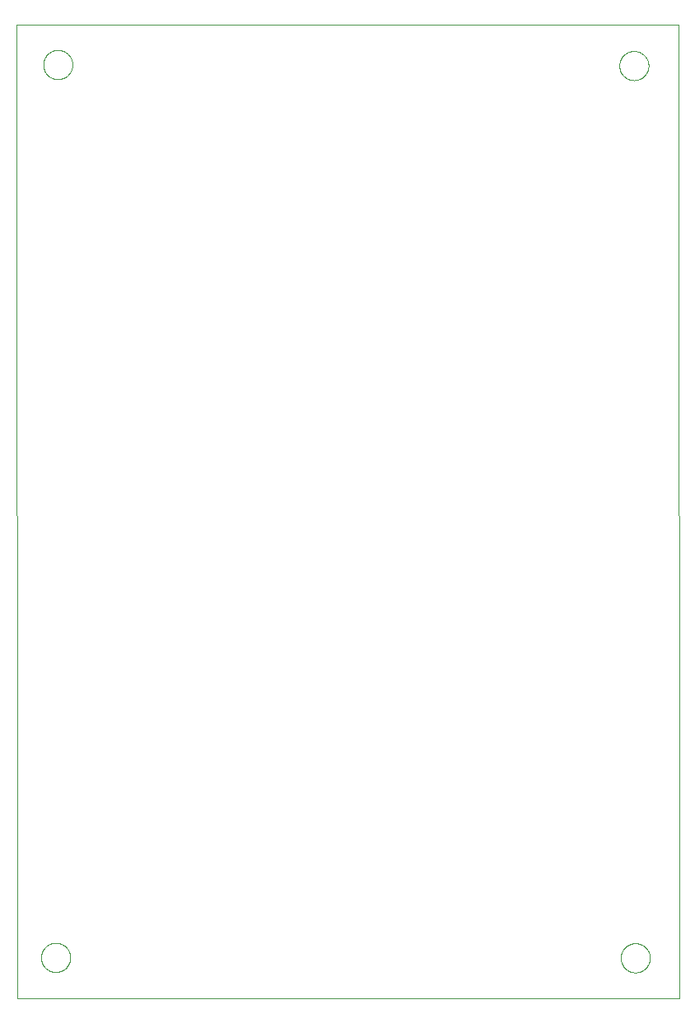
<source format=gko>
G75*
%MOIN*%
%OFA0B0*%
%FSLAX25Y25*%
%IPPOS*%
%LPD*%
%AMOC8*
5,1,8,0,0,1.08239X$1,22.5*
%
%ADD10C,0.00000*%
D10*
X0001224Y0006878D02*
X0001000Y0401448D01*
X0268904Y0401445D01*
X0269128Y0006875D01*
X0001224Y0006878D01*
X0010934Y0023536D02*
X0010936Y0023689D01*
X0010942Y0023843D01*
X0010952Y0023996D01*
X0010966Y0024148D01*
X0010984Y0024301D01*
X0011006Y0024452D01*
X0011031Y0024603D01*
X0011061Y0024754D01*
X0011095Y0024904D01*
X0011132Y0025052D01*
X0011173Y0025200D01*
X0011218Y0025346D01*
X0011267Y0025492D01*
X0011320Y0025636D01*
X0011376Y0025778D01*
X0011436Y0025919D01*
X0011500Y0026059D01*
X0011567Y0026197D01*
X0011638Y0026333D01*
X0011713Y0026467D01*
X0011790Y0026599D01*
X0011872Y0026729D01*
X0011956Y0026857D01*
X0012044Y0026983D01*
X0012135Y0027106D01*
X0012229Y0027227D01*
X0012327Y0027345D01*
X0012427Y0027461D01*
X0012531Y0027574D01*
X0012637Y0027685D01*
X0012746Y0027793D01*
X0012858Y0027898D01*
X0012972Y0027999D01*
X0013090Y0028098D01*
X0013209Y0028194D01*
X0013331Y0028287D01*
X0013456Y0028376D01*
X0013583Y0028463D01*
X0013712Y0028545D01*
X0013843Y0028625D01*
X0013976Y0028701D01*
X0014111Y0028774D01*
X0014248Y0028843D01*
X0014387Y0028908D01*
X0014527Y0028970D01*
X0014669Y0029028D01*
X0014812Y0029083D01*
X0014957Y0029134D01*
X0015103Y0029181D01*
X0015250Y0029224D01*
X0015398Y0029263D01*
X0015547Y0029299D01*
X0015697Y0029330D01*
X0015848Y0029358D01*
X0015999Y0029382D01*
X0016152Y0029402D01*
X0016304Y0029418D01*
X0016457Y0029430D01*
X0016610Y0029438D01*
X0016763Y0029442D01*
X0016917Y0029442D01*
X0017070Y0029438D01*
X0017223Y0029430D01*
X0017376Y0029418D01*
X0017528Y0029402D01*
X0017681Y0029382D01*
X0017832Y0029358D01*
X0017983Y0029330D01*
X0018133Y0029299D01*
X0018282Y0029263D01*
X0018430Y0029224D01*
X0018577Y0029181D01*
X0018723Y0029134D01*
X0018868Y0029083D01*
X0019011Y0029028D01*
X0019153Y0028970D01*
X0019293Y0028908D01*
X0019432Y0028843D01*
X0019569Y0028774D01*
X0019704Y0028701D01*
X0019837Y0028625D01*
X0019968Y0028545D01*
X0020097Y0028463D01*
X0020224Y0028376D01*
X0020349Y0028287D01*
X0020471Y0028194D01*
X0020590Y0028098D01*
X0020708Y0027999D01*
X0020822Y0027898D01*
X0020934Y0027793D01*
X0021043Y0027685D01*
X0021149Y0027574D01*
X0021253Y0027461D01*
X0021353Y0027345D01*
X0021451Y0027227D01*
X0021545Y0027106D01*
X0021636Y0026983D01*
X0021724Y0026857D01*
X0021808Y0026729D01*
X0021890Y0026599D01*
X0021967Y0026467D01*
X0022042Y0026333D01*
X0022113Y0026197D01*
X0022180Y0026059D01*
X0022244Y0025919D01*
X0022304Y0025778D01*
X0022360Y0025636D01*
X0022413Y0025492D01*
X0022462Y0025346D01*
X0022507Y0025200D01*
X0022548Y0025052D01*
X0022585Y0024904D01*
X0022619Y0024754D01*
X0022649Y0024603D01*
X0022674Y0024452D01*
X0022696Y0024301D01*
X0022714Y0024148D01*
X0022728Y0023996D01*
X0022738Y0023843D01*
X0022744Y0023689D01*
X0022746Y0023536D01*
X0022744Y0023383D01*
X0022738Y0023229D01*
X0022728Y0023076D01*
X0022714Y0022924D01*
X0022696Y0022771D01*
X0022674Y0022620D01*
X0022649Y0022469D01*
X0022619Y0022318D01*
X0022585Y0022168D01*
X0022548Y0022020D01*
X0022507Y0021872D01*
X0022462Y0021726D01*
X0022413Y0021580D01*
X0022360Y0021436D01*
X0022304Y0021294D01*
X0022244Y0021153D01*
X0022180Y0021013D01*
X0022113Y0020875D01*
X0022042Y0020739D01*
X0021967Y0020605D01*
X0021890Y0020473D01*
X0021808Y0020343D01*
X0021724Y0020215D01*
X0021636Y0020089D01*
X0021545Y0019966D01*
X0021451Y0019845D01*
X0021353Y0019727D01*
X0021253Y0019611D01*
X0021149Y0019498D01*
X0021043Y0019387D01*
X0020934Y0019279D01*
X0020822Y0019174D01*
X0020708Y0019073D01*
X0020590Y0018974D01*
X0020471Y0018878D01*
X0020349Y0018785D01*
X0020224Y0018696D01*
X0020097Y0018609D01*
X0019968Y0018527D01*
X0019837Y0018447D01*
X0019704Y0018371D01*
X0019569Y0018298D01*
X0019432Y0018229D01*
X0019293Y0018164D01*
X0019153Y0018102D01*
X0019011Y0018044D01*
X0018868Y0017989D01*
X0018723Y0017938D01*
X0018577Y0017891D01*
X0018430Y0017848D01*
X0018282Y0017809D01*
X0018133Y0017773D01*
X0017983Y0017742D01*
X0017832Y0017714D01*
X0017681Y0017690D01*
X0017528Y0017670D01*
X0017376Y0017654D01*
X0017223Y0017642D01*
X0017070Y0017634D01*
X0016917Y0017630D01*
X0016763Y0017630D01*
X0016610Y0017634D01*
X0016457Y0017642D01*
X0016304Y0017654D01*
X0016152Y0017670D01*
X0015999Y0017690D01*
X0015848Y0017714D01*
X0015697Y0017742D01*
X0015547Y0017773D01*
X0015398Y0017809D01*
X0015250Y0017848D01*
X0015103Y0017891D01*
X0014957Y0017938D01*
X0014812Y0017989D01*
X0014669Y0018044D01*
X0014527Y0018102D01*
X0014387Y0018164D01*
X0014248Y0018229D01*
X0014111Y0018298D01*
X0013976Y0018371D01*
X0013843Y0018447D01*
X0013712Y0018527D01*
X0013583Y0018609D01*
X0013456Y0018696D01*
X0013331Y0018785D01*
X0013209Y0018878D01*
X0013090Y0018974D01*
X0012972Y0019073D01*
X0012858Y0019174D01*
X0012746Y0019279D01*
X0012637Y0019387D01*
X0012531Y0019498D01*
X0012427Y0019611D01*
X0012327Y0019727D01*
X0012229Y0019845D01*
X0012135Y0019966D01*
X0012044Y0020089D01*
X0011956Y0020215D01*
X0011872Y0020343D01*
X0011790Y0020473D01*
X0011713Y0020605D01*
X0011638Y0020739D01*
X0011567Y0020875D01*
X0011500Y0021013D01*
X0011436Y0021153D01*
X0011376Y0021294D01*
X0011320Y0021436D01*
X0011267Y0021580D01*
X0011218Y0021726D01*
X0011173Y0021872D01*
X0011132Y0022020D01*
X0011095Y0022168D01*
X0011061Y0022318D01*
X0011031Y0022469D01*
X0011006Y0022620D01*
X0010984Y0022771D01*
X0010966Y0022924D01*
X0010952Y0023076D01*
X0010942Y0023229D01*
X0010936Y0023383D01*
X0010934Y0023536D01*
X0245571Y0023383D02*
X0245573Y0023536D01*
X0245579Y0023690D01*
X0245589Y0023843D01*
X0245603Y0023995D01*
X0245621Y0024148D01*
X0245643Y0024299D01*
X0245668Y0024450D01*
X0245698Y0024601D01*
X0245732Y0024751D01*
X0245769Y0024899D01*
X0245810Y0025047D01*
X0245855Y0025193D01*
X0245904Y0025339D01*
X0245957Y0025483D01*
X0246013Y0025625D01*
X0246073Y0025766D01*
X0246137Y0025906D01*
X0246204Y0026044D01*
X0246275Y0026180D01*
X0246350Y0026314D01*
X0246427Y0026446D01*
X0246509Y0026576D01*
X0246593Y0026704D01*
X0246681Y0026830D01*
X0246772Y0026953D01*
X0246866Y0027074D01*
X0246964Y0027192D01*
X0247064Y0027308D01*
X0247168Y0027421D01*
X0247274Y0027532D01*
X0247383Y0027640D01*
X0247495Y0027745D01*
X0247609Y0027846D01*
X0247727Y0027945D01*
X0247846Y0028041D01*
X0247968Y0028134D01*
X0248093Y0028223D01*
X0248220Y0028310D01*
X0248349Y0028392D01*
X0248480Y0028472D01*
X0248613Y0028548D01*
X0248748Y0028621D01*
X0248885Y0028690D01*
X0249024Y0028755D01*
X0249164Y0028817D01*
X0249306Y0028875D01*
X0249449Y0028930D01*
X0249594Y0028981D01*
X0249740Y0029028D01*
X0249887Y0029071D01*
X0250035Y0029110D01*
X0250184Y0029146D01*
X0250334Y0029177D01*
X0250485Y0029205D01*
X0250636Y0029229D01*
X0250789Y0029249D01*
X0250941Y0029265D01*
X0251094Y0029277D01*
X0251247Y0029285D01*
X0251400Y0029289D01*
X0251554Y0029289D01*
X0251707Y0029285D01*
X0251860Y0029277D01*
X0252013Y0029265D01*
X0252165Y0029249D01*
X0252318Y0029229D01*
X0252469Y0029205D01*
X0252620Y0029177D01*
X0252770Y0029146D01*
X0252919Y0029110D01*
X0253067Y0029071D01*
X0253214Y0029028D01*
X0253360Y0028981D01*
X0253505Y0028930D01*
X0253648Y0028875D01*
X0253790Y0028817D01*
X0253930Y0028755D01*
X0254069Y0028690D01*
X0254206Y0028621D01*
X0254341Y0028548D01*
X0254474Y0028472D01*
X0254605Y0028392D01*
X0254734Y0028310D01*
X0254861Y0028223D01*
X0254986Y0028134D01*
X0255108Y0028041D01*
X0255227Y0027945D01*
X0255345Y0027846D01*
X0255459Y0027745D01*
X0255571Y0027640D01*
X0255680Y0027532D01*
X0255786Y0027421D01*
X0255890Y0027308D01*
X0255990Y0027192D01*
X0256088Y0027074D01*
X0256182Y0026953D01*
X0256273Y0026830D01*
X0256361Y0026704D01*
X0256445Y0026576D01*
X0256527Y0026446D01*
X0256604Y0026314D01*
X0256679Y0026180D01*
X0256750Y0026044D01*
X0256817Y0025906D01*
X0256881Y0025766D01*
X0256941Y0025625D01*
X0256997Y0025483D01*
X0257050Y0025339D01*
X0257099Y0025193D01*
X0257144Y0025047D01*
X0257185Y0024899D01*
X0257222Y0024751D01*
X0257256Y0024601D01*
X0257286Y0024450D01*
X0257311Y0024299D01*
X0257333Y0024148D01*
X0257351Y0023995D01*
X0257365Y0023843D01*
X0257375Y0023690D01*
X0257381Y0023536D01*
X0257383Y0023383D01*
X0257381Y0023230D01*
X0257375Y0023076D01*
X0257365Y0022923D01*
X0257351Y0022771D01*
X0257333Y0022618D01*
X0257311Y0022467D01*
X0257286Y0022316D01*
X0257256Y0022165D01*
X0257222Y0022015D01*
X0257185Y0021867D01*
X0257144Y0021719D01*
X0257099Y0021573D01*
X0257050Y0021427D01*
X0256997Y0021283D01*
X0256941Y0021141D01*
X0256881Y0021000D01*
X0256817Y0020860D01*
X0256750Y0020722D01*
X0256679Y0020586D01*
X0256604Y0020452D01*
X0256527Y0020320D01*
X0256445Y0020190D01*
X0256361Y0020062D01*
X0256273Y0019936D01*
X0256182Y0019813D01*
X0256088Y0019692D01*
X0255990Y0019574D01*
X0255890Y0019458D01*
X0255786Y0019345D01*
X0255680Y0019234D01*
X0255571Y0019126D01*
X0255459Y0019021D01*
X0255345Y0018920D01*
X0255227Y0018821D01*
X0255108Y0018725D01*
X0254986Y0018632D01*
X0254861Y0018543D01*
X0254734Y0018456D01*
X0254605Y0018374D01*
X0254474Y0018294D01*
X0254341Y0018218D01*
X0254206Y0018145D01*
X0254069Y0018076D01*
X0253930Y0018011D01*
X0253790Y0017949D01*
X0253648Y0017891D01*
X0253505Y0017836D01*
X0253360Y0017785D01*
X0253214Y0017738D01*
X0253067Y0017695D01*
X0252919Y0017656D01*
X0252770Y0017620D01*
X0252620Y0017589D01*
X0252469Y0017561D01*
X0252318Y0017537D01*
X0252165Y0017517D01*
X0252013Y0017501D01*
X0251860Y0017489D01*
X0251707Y0017481D01*
X0251554Y0017477D01*
X0251400Y0017477D01*
X0251247Y0017481D01*
X0251094Y0017489D01*
X0250941Y0017501D01*
X0250789Y0017517D01*
X0250636Y0017537D01*
X0250485Y0017561D01*
X0250334Y0017589D01*
X0250184Y0017620D01*
X0250035Y0017656D01*
X0249887Y0017695D01*
X0249740Y0017738D01*
X0249594Y0017785D01*
X0249449Y0017836D01*
X0249306Y0017891D01*
X0249164Y0017949D01*
X0249024Y0018011D01*
X0248885Y0018076D01*
X0248748Y0018145D01*
X0248613Y0018218D01*
X0248480Y0018294D01*
X0248349Y0018374D01*
X0248220Y0018456D01*
X0248093Y0018543D01*
X0247968Y0018632D01*
X0247846Y0018725D01*
X0247727Y0018821D01*
X0247609Y0018920D01*
X0247495Y0019021D01*
X0247383Y0019126D01*
X0247274Y0019234D01*
X0247168Y0019345D01*
X0247064Y0019458D01*
X0246964Y0019574D01*
X0246866Y0019692D01*
X0246772Y0019813D01*
X0246681Y0019936D01*
X0246593Y0020062D01*
X0246509Y0020190D01*
X0246427Y0020320D01*
X0246350Y0020452D01*
X0246275Y0020586D01*
X0246204Y0020722D01*
X0246137Y0020860D01*
X0246073Y0021000D01*
X0246013Y0021141D01*
X0245957Y0021283D01*
X0245904Y0021427D01*
X0245855Y0021573D01*
X0245810Y0021719D01*
X0245769Y0021867D01*
X0245732Y0022015D01*
X0245698Y0022165D01*
X0245668Y0022316D01*
X0245643Y0022467D01*
X0245621Y0022618D01*
X0245603Y0022771D01*
X0245589Y0022923D01*
X0245579Y0023076D01*
X0245573Y0023230D01*
X0245571Y0023383D01*
X0245002Y0384745D02*
X0245004Y0384898D01*
X0245010Y0385052D01*
X0245020Y0385205D01*
X0245034Y0385357D01*
X0245052Y0385510D01*
X0245074Y0385661D01*
X0245099Y0385812D01*
X0245129Y0385963D01*
X0245163Y0386113D01*
X0245200Y0386261D01*
X0245241Y0386409D01*
X0245286Y0386555D01*
X0245335Y0386701D01*
X0245388Y0386845D01*
X0245444Y0386987D01*
X0245504Y0387128D01*
X0245568Y0387268D01*
X0245635Y0387406D01*
X0245706Y0387542D01*
X0245781Y0387676D01*
X0245858Y0387808D01*
X0245940Y0387938D01*
X0246024Y0388066D01*
X0246112Y0388192D01*
X0246203Y0388315D01*
X0246297Y0388436D01*
X0246395Y0388554D01*
X0246495Y0388670D01*
X0246599Y0388783D01*
X0246705Y0388894D01*
X0246814Y0389002D01*
X0246926Y0389107D01*
X0247040Y0389208D01*
X0247158Y0389307D01*
X0247277Y0389403D01*
X0247399Y0389496D01*
X0247524Y0389585D01*
X0247651Y0389672D01*
X0247780Y0389754D01*
X0247911Y0389834D01*
X0248044Y0389910D01*
X0248179Y0389983D01*
X0248316Y0390052D01*
X0248455Y0390117D01*
X0248595Y0390179D01*
X0248737Y0390237D01*
X0248880Y0390292D01*
X0249025Y0390343D01*
X0249171Y0390390D01*
X0249318Y0390433D01*
X0249466Y0390472D01*
X0249615Y0390508D01*
X0249765Y0390539D01*
X0249916Y0390567D01*
X0250067Y0390591D01*
X0250220Y0390611D01*
X0250372Y0390627D01*
X0250525Y0390639D01*
X0250678Y0390647D01*
X0250831Y0390651D01*
X0250985Y0390651D01*
X0251138Y0390647D01*
X0251291Y0390639D01*
X0251444Y0390627D01*
X0251596Y0390611D01*
X0251749Y0390591D01*
X0251900Y0390567D01*
X0252051Y0390539D01*
X0252201Y0390508D01*
X0252350Y0390472D01*
X0252498Y0390433D01*
X0252645Y0390390D01*
X0252791Y0390343D01*
X0252936Y0390292D01*
X0253079Y0390237D01*
X0253221Y0390179D01*
X0253361Y0390117D01*
X0253500Y0390052D01*
X0253637Y0389983D01*
X0253772Y0389910D01*
X0253905Y0389834D01*
X0254036Y0389754D01*
X0254165Y0389672D01*
X0254292Y0389585D01*
X0254417Y0389496D01*
X0254539Y0389403D01*
X0254658Y0389307D01*
X0254776Y0389208D01*
X0254890Y0389107D01*
X0255002Y0389002D01*
X0255111Y0388894D01*
X0255217Y0388783D01*
X0255321Y0388670D01*
X0255421Y0388554D01*
X0255519Y0388436D01*
X0255613Y0388315D01*
X0255704Y0388192D01*
X0255792Y0388066D01*
X0255876Y0387938D01*
X0255958Y0387808D01*
X0256035Y0387676D01*
X0256110Y0387542D01*
X0256181Y0387406D01*
X0256248Y0387268D01*
X0256312Y0387128D01*
X0256372Y0386987D01*
X0256428Y0386845D01*
X0256481Y0386701D01*
X0256530Y0386555D01*
X0256575Y0386409D01*
X0256616Y0386261D01*
X0256653Y0386113D01*
X0256687Y0385963D01*
X0256717Y0385812D01*
X0256742Y0385661D01*
X0256764Y0385510D01*
X0256782Y0385357D01*
X0256796Y0385205D01*
X0256806Y0385052D01*
X0256812Y0384898D01*
X0256814Y0384745D01*
X0256812Y0384592D01*
X0256806Y0384438D01*
X0256796Y0384285D01*
X0256782Y0384133D01*
X0256764Y0383980D01*
X0256742Y0383829D01*
X0256717Y0383678D01*
X0256687Y0383527D01*
X0256653Y0383377D01*
X0256616Y0383229D01*
X0256575Y0383081D01*
X0256530Y0382935D01*
X0256481Y0382789D01*
X0256428Y0382645D01*
X0256372Y0382503D01*
X0256312Y0382362D01*
X0256248Y0382222D01*
X0256181Y0382084D01*
X0256110Y0381948D01*
X0256035Y0381814D01*
X0255958Y0381682D01*
X0255876Y0381552D01*
X0255792Y0381424D01*
X0255704Y0381298D01*
X0255613Y0381175D01*
X0255519Y0381054D01*
X0255421Y0380936D01*
X0255321Y0380820D01*
X0255217Y0380707D01*
X0255111Y0380596D01*
X0255002Y0380488D01*
X0254890Y0380383D01*
X0254776Y0380282D01*
X0254658Y0380183D01*
X0254539Y0380087D01*
X0254417Y0379994D01*
X0254292Y0379905D01*
X0254165Y0379818D01*
X0254036Y0379736D01*
X0253905Y0379656D01*
X0253772Y0379580D01*
X0253637Y0379507D01*
X0253500Y0379438D01*
X0253361Y0379373D01*
X0253221Y0379311D01*
X0253079Y0379253D01*
X0252936Y0379198D01*
X0252791Y0379147D01*
X0252645Y0379100D01*
X0252498Y0379057D01*
X0252350Y0379018D01*
X0252201Y0378982D01*
X0252051Y0378951D01*
X0251900Y0378923D01*
X0251749Y0378899D01*
X0251596Y0378879D01*
X0251444Y0378863D01*
X0251291Y0378851D01*
X0251138Y0378843D01*
X0250985Y0378839D01*
X0250831Y0378839D01*
X0250678Y0378843D01*
X0250525Y0378851D01*
X0250372Y0378863D01*
X0250220Y0378879D01*
X0250067Y0378899D01*
X0249916Y0378923D01*
X0249765Y0378951D01*
X0249615Y0378982D01*
X0249466Y0379018D01*
X0249318Y0379057D01*
X0249171Y0379100D01*
X0249025Y0379147D01*
X0248880Y0379198D01*
X0248737Y0379253D01*
X0248595Y0379311D01*
X0248455Y0379373D01*
X0248316Y0379438D01*
X0248179Y0379507D01*
X0248044Y0379580D01*
X0247911Y0379656D01*
X0247780Y0379736D01*
X0247651Y0379818D01*
X0247524Y0379905D01*
X0247399Y0379994D01*
X0247277Y0380087D01*
X0247158Y0380183D01*
X0247040Y0380282D01*
X0246926Y0380383D01*
X0246814Y0380488D01*
X0246705Y0380596D01*
X0246599Y0380707D01*
X0246495Y0380820D01*
X0246395Y0380936D01*
X0246297Y0381054D01*
X0246203Y0381175D01*
X0246112Y0381298D01*
X0246024Y0381424D01*
X0245940Y0381552D01*
X0245858Y0381682D01*
X0245781Y0381814D01*
X0245706Y0381948D01*
X0245635Y0382084D01*
X0245568Y0382222D01*
X0245504Y0382362D01*
X0245444Y0382503D01*
X0245388Y0382645D01*
X0245335Y0382789D01*
X0245286Y0382935D01*
X0245241Y0383081D01*
X0245200Y0383229D01*
X0245163Y0383377D01*
X0245129Y0383527D01*
X0245099Y0383678D01*
X0245074Y0383829D01*
X0245052Y0383980D01*
X0245034Y0384133D01*
X0245020Y0384285D01*
X0245010Y0384438D01*
X0245004Y0384592D01*
X0245002Y0384745D01*
X0011807Y0385161D02*
X0011809Y0385314D01*
X0011815Y0385468D01*
X0011825Y0385621D01*
X0011839Y0385773D01*
X0011857Y0385926D01*
X0011879Y0386077D01*
X0011904Y0386228D01*
X0011934Y0386379D01*
X0011968Y0386529D01*
X0012005Y0386677D01*
X0012046Y0386825D01*
X0012091Y0386971D01*
X0012140Y0387117D01*
X0012193Y0387261D01*
X0012249Y0387403D01*
X0012309Y0387544D01*
X0012373Y0387684D01*
X0012440Y0387822D01*
X0012511Y0387958D01*
X0012586Y0388092D01*
X0012663Y0388224D01*
X0012745Y0388354D01*
X0012829Y0388482D01*
X0012917Y0388608D01*
X0013008Y0388731D01*
X0013102Y0388852D01*
X0013200Y0388970D01*
X0013300Y0389086D01*
X0013404Y0389199D01*
X0013510Y0389310D01*
X0013619Y0389418D01*
X0013731Y0389523D01*
X0013845Y0389624D01*
X0013963Y0389723D01*
X0014082Y0389819D01*
X0014204Y0389912D01*
X0014329Y0390001D01*
X0014456Y0390088D01*
X0014585Y0390170D01*
X0014716Y0390250D01*
X0014849Y0390326D01*
X0014984Y0390399D01*
X0015121Y0390468D01*
X0015260Y0390533D01*
X0015400Y0390595D01*
X0015542Y0390653D01*
X0015685Y0390708D01*
X0015830Y0390759D01*
X0015976Y0390806D01*
X0016123Y0390849D01*
X0016271Y0390888D01*
X0016420Y0390924D01*
X0016570Y0390955D01*
X0016721Y0390983D01*
X0016872Y0391007D01*
X0017025Y0391027D01*
X0017177Y0391043D01*
X0017330Y0391055D01*
X0017483Y0391063D01*
X0017636Y0391067D01*
X0017790Y0391067D01*
X0017943Y0391063D01*
X0018096Y0391055D01*
X0018249Y0391043D01*
X0018401Y0391027D01*
X0018554Y0391007D01*
X0018705Y0390983D01*
X0018856Y0390955D01*
X0019006Y0390924D01*
X0019155Y0390888D01*
X0019303Y0390849D01*
X0019450Y0390806D01*
X0019596Y0390759D01*
X0019741Y0390708D01*
X0019884Y0390653D01*
X0020026Y0390595D01*
X0020166Y0390533D01*
X0020305Y0390468D01*
X0020442Y0390399D01*
X0020577Y0390326D01*
X0020710Y0390250D01*
X0020841Y0390170D01*
X0020970Y0390088D01*
X0021097Y0390001D01*
X0021222Y0389912D01*
X0021344Y0389819D01*
X0021463Y0389723D01*
X0021581Y0389624D01*
X0021695Y0389523D01*
X0021807Y0389418D01*
X0021916Y0389310D01*
X0022022Y0389199D01*
X0022126Y0389086D01*
X0022226Y0388970D01*
X0022324Y0388852D01*
X0022418Y0388731D01*
X0022509Y0388608D01*
X0022597Y0388482D01*
X0022681Y0388354D01*
X0022763Y0388224D01*
X0022840Y0388092D01*
X0022915Y0387958D01*
X0022986Y0387822D01*
X0023053Y0387684D01*
X0023117Y0387544D01*
X0023177Y0387403D01*
X0023233Y0387261D01*
X0023286Y0387117D01*
X0023335Y0386971D01*
X0023380Y0386825D01*
X0023421Y0386677D01*
X0023458Y0386529D01*
X0023492Y0386379D01*
X0023522Y0386228D01*
X0023547Y0386077D01*
X0023569Y0385926D01*
X0023587Y0385773D01*
X0023601Y0385621D01*
X0023611Y0385468D01*
X0023617Y0385314D01*
X0023619Y0385161D01*
X0023617Y0385008D01*
X0023611Y0384854D01*
X0023601Y0384701D01*
X0023587Y0384549D01*
X0023569Y0384396D01*
X0023547Y0384245D01*
X0023522Y0384094D01*
X0023492Y0383943D01*
X0023458Y0383793D01*
X0023421Y0383645D01*
X0023380Y0383497D01*
X0023335Y0383351D01*
X0023286Y0383205D01*
X0023233Y0383061D01*
X0023177Y0382919D01*
X0023117Y0382778D01*
X0023053Y0382638D01*
X0022986Y0382500D01*
X0022915Y0382364D01*
X0022840Y0382230D01*
X0022763Y0382098D01*
X0022681Y0381968D01*
X0022597Y0381840D01*
X0022509Y0381714D01*
X0022418Y0381591D01*
X0022324Y0381470D01*
X0022226Y0381352D01*
X0022126Y0381236D01*
X0022022Y0381123D01*
X0021916Y0381012D01*
X0021807Y0380904D01*
X0021695Y0380799D01*
X0021581Y0380698D01*
X0021463Y0380599D01*
X0021344Y0380503D01*
X0021222Y0380410D01*
X0021097Y0380321D01*
X0020970Y0380234D01*
X0020841Y0380152D01*
X0020710Y0380072D01*
X0020577Y0379996D01*
X0020442Y0379923D01*
X0020305Y0379854D01*
X0020166Y0379789D01*
X0020026Y0379727D01*
X0019884Y0379669D01*
X0019741Y0379614D01*
X0019596Y0379563D01*
X0019450Y0379516D01*
X0019303Y0379473D01*
X0019155Y0379434D01*
X0019006Y0379398D01*
X0018856Y0379367D01*
X0018705Y0379339D01*
X0018554Y0379315D01*
X0018401Y0379295D01*
X0018249Y0379279D01*
X0018096Y0379267D01*
X0017943Y0379259D01*
X0017790Y0379255D01*
X0017636Y0379255D01*
X0017483Y0379259D01*
X0017330Y0379267D01*
X0017177Y0379279D01*
X0017025Y0379295D01*
X0016872Y0379315D01*
X0016721Y0379339D01*
X0016570Y0379367D01*
X0016420Y0379398D01*
X0016271Y0379434D01*
X0016123Y0379473D01*
X0015976Y0379516D01*
X0015830Y0379563D01*
X0015685Y0379614D01*
X0015542Y0379669D01*
X0015400Y0379727D01*
X0015260Y0379789D01*
X0015121Y0379854D01*
X0014984Y0379923D01*
X0014849Y0379996D01*
X0014716Y0380072D01*
X0014585Y0380152D01*
X0014456Y0380234D01*
X0014329Y0380321D01*
X0014204Y0380410D01*
X0014082Y0380503D01*
X0013963Y0380599D01*
X0013845Y0380698D01*
X0013731Y0380799D01*
X0013619Y0380904D01*
X0013510Y0381012D01*
X0013404Y0381123D01*
X0013300Y0381236D01*
X0013200Y0381352D01*
X0013102Y0381470D01*
X0013008Y0381591D01*
X0012917Y0381714D01*
X0012829Y0381840D01*
X0012745Y0381968D01*
X0012663Y0382098D01*
X0012586Y0382230D01*
X0012511Y0382364D01*
X0012440Y0382500D01*
X0012373Y0382638D01*
X0012309Y0382778D01*
X0012249Y0382919D01*
X0012193Y0383061D01*
X0012140Y0383205D01*
X0012091Y0383351D01*
X0012046Y0383497D01*
X0012005Y0383645D01*
X0011968Y0383793D01*
X0011934Y0383943D01*
X0011904Y0384094D01*
X0011879Y0384245D01*
X0011857Y0384396D01*
X0011839Y0384549D01*
X0011825Y0384701D01*
X0011815Y0384854D01*
X0011809Y0385008D01*
X0011807Y0385161D01*
M02*

</source>
